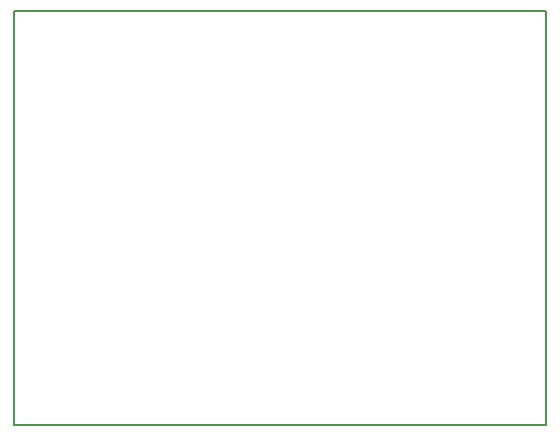
<source format=gbr>
%TF.GenerationSoftware,Novarm,DipTrace,3.0.0.2*%
%TF.CreationDate,2017-04-09T13:10:21+02:00*%
%FSLAX26Y26*%
%MOIN*%
%TF.FileFunction,Profile*%
%TF.Part,Single*%
%ADD11C,0.005512*%
G75*
G01*
%LPD*%
X394016Y394016D2*
D11*
X2165669D1*
Y1771969D1*
X394016D1*
Y394016D1*
M02*

</source>
